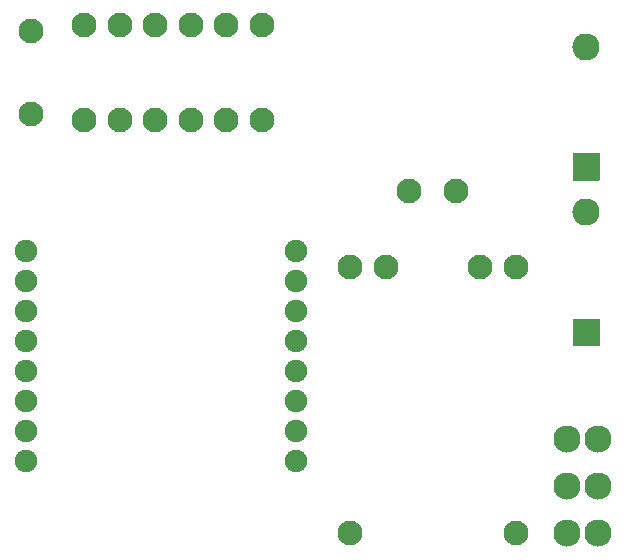
<source format=gbs>
G04 #@! TF.GenerationSoftware,KiCad,Pcbnew,(5.1.10)-1*
G04 #@! TF.CreationDate,2022-01-03T01:22:49-05:00*
G04 #@! TF.ProjectId,SlimeVRMotherBoard,536c696d-6556-4524-9d6f-74686572426f,V1.1*
G04 #@! TF.SameCoordinates,Original*
G04 #@! TF.FileFunction,Soldermask,Bot*
G04 #@! TF.FilePolarity,Negative*
%FSLAX46Y46*%
G04 Gerber Fmt 4.6, Leading zero omitted, Abs format (unit mm)*
G04 Created by KiCad (PCBNEW (5.1.10)-1) date 2022-01-03 01:22:49*
%MOMM*%
%LPD*%
G01*
G04 APERTURE LIST*
%ADD10C,2.100000*%
%ADD11O,2.300000X2.300000*%
%ADD12C,1.900000*%
%ADD13C,2.300000*%
G04 APERTURE END LIST*
D10*
X137000000Y-109500000D03*
X137000000Y-102500000D03*
D11*
X184000000Y-103840000D03*
G36*
G01*
X185100000Y-115150000D02*
X182900000Y-115150000D01*
G75*
G02*
X182850000Y-115100000I0J50000D01*
G01*
X182850000Y-112900000D01*
G75*
G02*
X182900000Y-112850000I50000J0D01*
G01*
X185100000Y-112850000D01*
G75*
G02*
X185150000Y-112900000I0J-50000D01*
G01*
X185150000Y-115100000D01*
G75*
G02*
X185100000Y-115150000I-50000J0D01*
G01*
G37*
X184000000Y-117840000D03*
G36*
G01*
X185100000Y-129150000D02*
X182900000Y-129150000D01*
G75*
G02*
X182850000Y-129100000I0J50000D01*
G01*
X182850000Y-126900000D01*
G75*
G02*
X182900000Y-126850000I50000J0D01*
G01*
X185100000Y-126850000D01*
G75*
G02*
X185150000Y-126900000I0J-50000D01*
G01*
X185150000Y-129100000D01*
G75*
G02*
X185100000Y-129150000I-50000J0D01*
G01*
G37*
D10*
X173000000Y-116000000D03*
X169000000Y-116000000D03*
D12*
X136570000Y-138890000D03*
X159430000Y-138890000D03*
X136570000Y-136350000D03*
X159430000Y-136350000D03*
X136570000Y-133810000D03*
X159430000Y-133810000D03*
X136570000Y-131270000D03*
X159430000Y-131270000D03*
X136570000Y-128730000D03*
X159430000Y-128730000D03*
X136570000Y-126190000D03*
X159430000Y-126190000D03*
X136570000Y-123650000D03*
X159430000Y-123650000D03*
X136570000Y-121110000D03*
X159430000Y-121110000D03*
D10*
X150500000Y-110000000D03*
X153500000Y-110000000D03*
X156500000Y-110000000D03*
X147500000Y-110000000D03*
X144500000Y-110000000D03*
X141500000Y-110000000D03*
X141500000Y-102000000D03*
X144500000Y-102000000D03*
X147500000Y-102000000D03*
X156500000Y-102000000D03*
X153500000Y-102000000D03*
X150500000Y-102000000D03*
D13*
X182400000Y-145000000D03*
X185000000Y-145000000D03*
X182400000Y-141000000D03*
X185000000Y-141000000D03*
X182400000Y-137000000D03*
X185000000Y-137000000D03*
D10*
X178000000Y-122500000D03*
X175000000Y-122500000D03*
X164000000Y-145000000D03*
X178000000Y-145000000D03*
X164000000Y-122500000D03*
X167000000Y-122500000D03*
M02*

</source>
